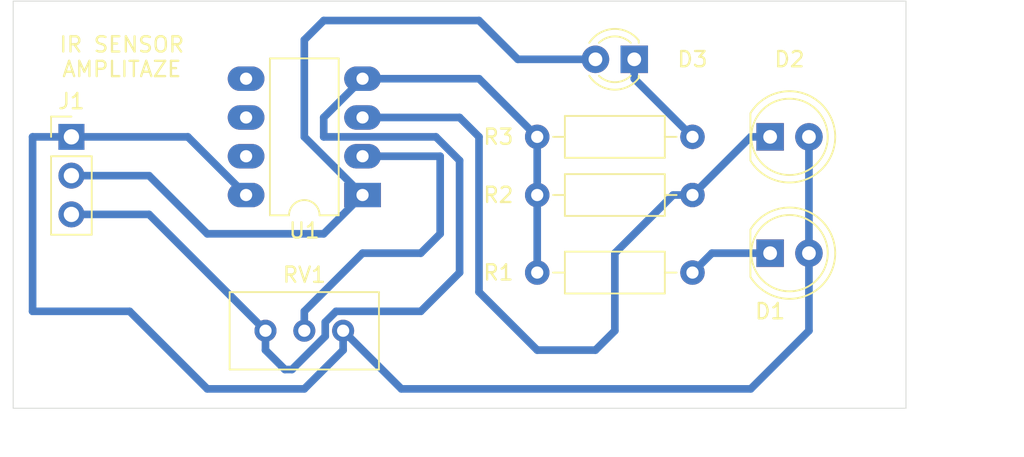
<source format=kicad_pcb>
(kicad_pcb (version 20171130) (host pcbnew "(5.1.10)-1")

  (general
    (thickness 1.6)
    (drawings 7)
    (tracks 64)
    (zones 0)
    (modules 9)
    (nets 8)
  )

  (page A4)
  (layers
    (0 F.Cu signal)
    (31 B.Cu signal)
    (32 B.Adhes user)
    (33 F.Adhes user)
    (34 B.Paste user)
    (35 F.Paste user)
    (36 B.SilkS user)
    (37 F.SilkS user)
    (38 B.Mask user)
    (39 F.Mask user)
    (40 Dwgs.User user)
    (41 Cmts.User user)
    (42 Eco1.User user)
    (43 Eco2.User user)
    (44 Edge.Cuts user)
    (45 Margin user)
    (46 B.CrtYd user)
    (47 F.CrtYd user)
    (48 B.Fab user)
    (49 F.Fab user)
  )

  (setup
    (last_trace_width 0.25)
    (user_trace_width 0.5)
    (trace_clearance 0.2)
    (zone_clearance 0.508)
    (zone_45_only no)
    (trace_min 0.2)
    (via_size 0.8)
    (via_drill 0.4)
    (via_min_size 0.4)
    (via_min_drill 0.3)
    (uvia_size 0.3)
    (uvia_drill 0.1)
    (uvias_allowed no)
    (uvia_min_size 0.2)
    (uvia_min_drill 0.1)
    (edge_width 0.05)
    (segment_width 0.2)
    (pcb_text_width 0.3)
    (pcb_text_size 1.5 1.5)
    (mod_edge_width 0.12)
    (mod_text_size 1 1)
    (mod_text_width 0.15)
    (pad_size 1.524 1.524)
    (pad_drill 0.762)
    (pad_to_mask_clearance 0)
    (aux_axis_origin 0 0)
    (visible_elements 7FFFFFFF)
    (pcbplotparams
      (layerselection 0x010fc_ffffffff)
      (usegerberextensions false)
      (usegerberattributes true)
      (usegerberadvancedattributes true)
      (creategerberjobfile true)
      (excludeedgelayer true)
      (linewidth 0.100000)
      (plotframeref false)
      (viasonmask false)
      (mode 1)
      (useauxorigin false)
      (hpglpennumber 1)
      (hpglpenspeed 20)
      (hpglpendiameter 15.000000)
      (psnegative false)
      (psa4output false)
      (plotreference true)
      (plotvalue true)
      (plotinvisibletext false)
      (padsonsilk false)
      (subtractmaskfromsilk false)
      (outputformat 1)
      (mirror false)
      (drillshape 1)
      (scaleselection 1)
      (outputdirectory ""))
  )

  (net 0 "")
  (net 1 "Net-(D1-Pad1)")
  (net 2 +5V)
  (net 3 VREF)
  (net 4 "Net-(D3-Pad1)")
  (net 5 "Net-(D3-Pad2)")
  (net 6 GND)
  (net 7 "Net-(RV1-Pad2)")

  (net_class Default "This is the default net class."
    (clearance 0.2)
    (trace_width 0.25)
    (via_dia 0.8)
    (via_drill 0.4)
    (uvia_dia 0.3)
    (uvia_drill 0.1)
    (add_net +5V)
    (add_net GND)
    (add_net "Net-(D1-Pad1)")
    (add_net "Net-(D3-Pad1)")
    (add_net "Net-(D3-Pad2)")
    (add_net "Net-(RV1-Pad2)")
    (add_net VREF)
  )

  (module Potentiometer_THT:Potentiometer_Bourns_3296W_Vertical (layer F.Cu) (tedit 5A3D4994) (tstamp 60AAB3DB)
    (at 132.08 110.49)
    (descr "Potentiometer, vertical, Bourns 3296W, https://www.bourns.com/pdfs/3296.pdf")
    (tags "Potentiometer vertical Bourns 3296W")
    (path /60AB274C)
    (fp_text reference RV1 (at -2.54 -3.66) (layer F.SilkS)
      (effects (font (size 1 1) (thickness 0.15)))
    )
    (fp_text value R_POT (at -2.54 3.67) (layer F.Fab)
      (effects (font (size 1 1) (thickness 0.15)))
    )
    (fp_circle (center 0.955 1.15) (end 2.05 1.15) (layer F.Fab) (width 0.1))
    (fp_line (start -7.305 -2.41) (end -7.305 2.42) (layer F.Fab) (width 0.1))
    (fp_line (start -7.305 2.42) (end 2.225 2.42) (layer F.Fab) (width 0.1))
    (fp_line (start 2.225 2.42) (end 2.225 -2.41) (layer F.Fab) (width 0.1))
    (fp_line (start 2.225 -2.41) (end -7.305 -2.41) (layer F.Fab) (width 0.1))
    (fp_line (start 0.955 2.235) (end 0.956 0.066) (layer F.Fab) (width 0.1))
    (fp_line (start 0.955 2.235) (end 0.956 0.066) (layer F.Fab) (width 0.1))
    (fp_line (start -7.425 -2.53) (end 2.345 -2.53) (layer F.SilkS) (width 0.12))
    (fp_line (start -7.425 2.54) (end 2.345 2.54) (layer F.SilkS) (width 0.12))
    (fp_line (start -7.425 -2.53) (end -7.425 2.54) (layer F.SilkS) (width 0.12))
    (fp_line (start 2.345 -2.53) (end 2.345 2.54) (layer F.SilkS) (width 0.12))
    (fp_line (start -7.6 -2.7) (end -7.6 2.7) (layer F.CrtYd) (width 0.05))
    (fp_line (start -7.6 2.7) (end 2.5 2.7) (layer F.CrtYd) (width 0.05))
    (fp_line (start 2.5 2.7) (end 2.5 -2.7) (layer F.CrtYd) (width 0.05))
    (fp_line (start 2.5 -2.7) (end -7.6 -2.7) (layer F.CrtYd) (width 0.05))
    (fp_text user %R (at -3.175 0.005) (layer F.Fab)
      (effects (font (size 1 1) (thickness 0.15)))
    )
    (pad 3 thru_hole circle (at -5.08 0) (size 1.44 1.44) (drill 0.8) (layers *.Cu *.Mask)
      (net 6 GND))
    (pad 2 thru_hole circle (at -2.54 0) (size 1.44 1.44) (drill 0.8) (layers *.Cu *.Mask)
      (net 7 "Net-(RV1-Pad2)"))
    (pad 1 thru_hole circle (at 0 0) (size 1.44 1.44) (drill 0.8) (layers *.Cu *.Mask)
      (net 2 +5V))
    (model ${KISYS3DMOD}/Potentiometer_THT.3dshapes/Potentiometer_Bourns_3296W_Vertical.wrl
      (at (xyz 0 0 0))
      (scale (xyz 1 1 1))
      (rotate (xyz 0 0 0))
    )
  )

  (module LED_THT:LED_D5.0mm_IRGrey (layer F.Cu) (tedit 5A6C9BB8) (tstamp 60AAB343)
    (at 160.02 105.41)
    (descr "LED, diameter 5.0mm, 2 pins, http://cdn-reichelt.de/documents/datenblatt/A500/LL-504BC2E-009.pdf")
    (tags "LED diameter 5.0mm 2 pins")
    (path /60AA7C89)
    (fp_text reference D1 (at 0 3.81) (layer F.SilkS)
      (effects (font (size 1 1) (thickness 0.15)))
    )
    (fp_text value LED (at 1.27 3.96) (layer F.Fab)
      (effects (font (size 1 1) (thickness 0.15)))
    )
    (fp_circle (center 1.27 0) (end 3.77 0) (layer F.SilkS) (width 0.12))
    (fp_circle (center 1.27 0) (end 3.77 0) (layer F.Fab) (width 0.1))
    (fp_line (start 4.5 -3.25) (end -1.95 -3.25) (layer F.CrtYd) (width 0.05))
    (fp_line (start 4.5 3.25) (end 4.5 -3.25) (layer F.CrtYd) (width 0.05))
    (fp_line (start -1.95 3.25) (end 4.5 3.25) (layer F.CrtYd) (width 0.05))
    (fp_line (start -1.95 -3.25) (end -1.95 3.25) (layer F.CrtYd) (width 0.05))
    (fp_line (start -1.29 -1.545) (end -1.29 1.545) (layer F.SilkS) (width 0.12))
    (fp_line (start -1.23 -1.469694) (end -1.23 1.469694) (layer F.Fab) (width 0.1))
    (fp_text user %R (at 1.25 0) (layer F.Fab)
      (effects (font (size 0.8 0.8) (thickness 0.2)))
    )
    (fp_arc (start 1.27 0) (end -1.23 -1.469694) (angle 299.1) (layer F.Fab) (width 0.1))
    (fp_arc (start 1.27 0) (end -1.29 -1.54483) (angle 148.9) (layer F.SilkS) (width 0.12))
    (fp_arc (start 1.27 0) (end -1.29 1.54483) (angle -148.9) (layer F.SilkS) (width 0.12))
    (pad 1 thru_hole rect (at 0 0) (size 1.8 1.8) (drill 0.9) (layers *.Cu *.Mask)
      (net 1 "Net-(D1-Pad1)"))
    (pad 2 thru_hole circle (at 2.54 0) (size 1.8 1.8) (drill 0.9) (layers *.Cu *.Mask)
      (net 2 +5V))
    (model ${KISYS3DMOD}/LED_THT.3dshapes/LED_D5.0mm_IRGrey.wrl
      (at (xyz 0 0 0))
      (scale (xyz 1 1 1))
      (rotate (xyz 0 0 0))
    )
  )

  (module LED_THT:LED_D5.0mm_Clear (layer F.Cu) (tedit 5A6C9BC0) (tstamp 60AAB355)
    (at 160.02 97.79)
    (descr "LED, diameter 5.0mm, 2 pins, http://cdn-reichelt.de/documents/datenblatt/A500/LL-504BC2E-009.pdf")
    (tags "LED diameter 5.0mm 2 pins")
    (path /60AA9A7C)
    (fp_text reference D2 (at 1.27 -5.08) (layer F.SilkS)
      (effects (font (size 1 1) (thickness 0.15)))
    )
    (fp_text value D_Photo (at 1.27 3.96) (layer F.Fab)
      (effects (font (size 1 1) (thickness 0.15)))
    )
    (fp_circle (center 1.27 0) (end 3.77 0) (layer F.SilkS) (width 0.12))
    (fp_circle (center 1.27 0) (end 3.77 0) (layer F.Fab) (width 0.1))
    (fp_line (start 4.5 -3.25) (end -1.95 -3.25) (layer F.CrtYd) (width 0.05))
    (fp_line (start 4.5 3.25) (end 4.5 -3.25) (layer F.CrtYd) (width 0.05))
    (fp_line (start -1.95 3.25) (end 4.5 3.25) (layer F.CrtYd) (width 0.05))
    (fp_line (start -1.95 -3.25) (end -1.95 3.25) (layer F.CrtYd) (width 0.05))
    (fp_line (start -1.29 -1.545) (end -1.29 1.545) (layer F.SilkS) (width 0.12))
    (fp_line (start -1.23 -1.469694) (end -1.23 1.469694) (layer F.Fab) (width 0.1))
    (fp_text user %R (at 1.25 0) (layer F.Fab)
      (effects (font (size 0.8 0.8) (thickness 0.2)))
    )
    (fp_arc (start 1.27 0) (end -1.23 -1.469694) (angle 299.1) (layer F.Fab) (width 0.1))
    (fp_arc (start 1.27 0) (end -1.29 -1.54483) (angle 148.9) (layer F.SilkS) (width 0.12))
    (fp_arc (start 1.27 0) (end -1.29 1.54483) (angle -148.9) (layer F.SilkS) (width 0.12))
    (pad 1 thru_hole rect (at 0 0) (size 1.8 1.8) (drill 0.9) (layers *.Cu *.Mask)
      (net 3 VREF))
    (pad 2 thru_hole circle (at 2.54 0) (size 1.8 1.8) (drill 0.9) (layers *.Cu *.Mask)
      (net 2 +5V))
    (model ${KISYS3DMOD}/LED_THT.3dshapes/LED_D5.0mm_Clear.wrl
      (at (xyz 0 0 0))
      (scale (xyz 1 1 1))
      (rotate (xyz 0 0 0))
    )
  )

  (module LED_THT:LED_D3.0mm (layer F.Cu) (tedit 587A3A7B) (tstamp 60AAB368)
    (at 151.13 92.71 180)
    (descr "LED, diameter 3.0mm, 2 pins")
    (tags "LED diameter 3.0mm 2 pins")
    (path /60AB38DE)
    (fp_text reference D3 (at -3.81 0) (layer F.SilkS)
      (effects (font (size 1 1) (thickness 0.15)))
    )
    (fp_text value LED (at 1.27 2.96) (layer F.Fab)
      (effects (font (size 1 1) (thickness 0.15)))
    )
    (fp_line (start 3.7 -2.25) (end -1.15 -2.25) (layer F.CrtYd) (width 0.05))
    (fp_line (start 3.7 2.25) (end 3.7 -2.25) (layer F.CrtYd) (width 0.05))
    (fp_line (start -1.15 2.25) (end 3.7 2.25) (layer F.CrtYd) (width 0.05))
    (fp_line (start -1.15 -2.25) (end -1.15 2.25) (layer F.CrtYd) (width 0.05))
    (fp_line (start -0.29 1.08) (end -0.29 1.236) (layer F.SilkS) (width 0.12))
    (fp_line (start -0.29 -1.236) (end -0.29 -1.08) (layer F.SilkS) (width 0.12))
    (fp_line (start -0.23 -1.16619) (end -0.23 1.16619) (layer F.Fab) (width 0.1))
    (fp_circle (center 1.27 0) (end 2.77 0) (layer F.Fab) (width 0.1))
    (fp_arc (start 1.27 0) (end -0.23 -1.16619) (angle 284.3) (layer F.Fab) (width 0.1))
    (fp_arc (start 1.27 0) (end -0.29 -1.235516) (angle 108.8) (layer F.SilkS) (width 0.12))
    (fp_arc (start 1.27 0) (end -0.29 1.235516) (angle -108.8) (layer F.SilkS) (width 0.12))
    (fp_arc (start 1.27 0) (end 0.229039 -1.08) (angle 87.9) (layer F.SilkS) (width 0.12))
    (fp_arc (start 1.27 0) (end 0.229039 1.08) (angle -87.9) (layer F.SilkS) (width 0.12))
    (pad 1 thru_hole rect (at 0 0 180) (size 1.8 1.8) (drill 0.9) (layers *.Cu *.Mask)
      (net 4 "Net-(D3-Pad1)"))
    (pad 2 thru_hole circle (at 2.54 0 180) (size 1.8 1.8) (drill 0.9) (layers *.Cu *.Mask)
      (net 5 "Net-(D3-Pad2)"))
    (model ${KISYS3DMOD}/LED_THT.3dshapes/LED_D3.0mm.wrl
      (at (xyz 0 0 0))
      (scale (xyz 1 1 1))
      (rotate (xyz 0 0 0))
    )
  )

  (module Connector_PinHeader_2.54mm:PinHeader_1x03_P2.54mm_Vertical (layer F.Cu) (tedit 59FED5CC) (tstamp 60AAB37F)
    (at 114.3 97.79)
    (descr "Through hole straight pin header, 1x03, 2.54mm pitch, single row")
    (tags "Through hole pin header THT 1x03 2.54mm single row")
    (path /60AB324E)
    (fp_text reference J1 (at 0 -2.33) (layer F.SilkS)
      (effects (font (size 1 1) (thickness 0.15)))
    )
    (fp_text value Conn_01x03 (at 0 7.41) (layer F.Fab)
      (effects (font (size 1 1) (thickness 0.15)))
    )
    (fp_line (start 1.8 -1.8) (end -1.8 -1.8) (layer F.CrtYd) (width 0.05))
    (fp_line (start 1.8 6.85) (end 1.8 -1.8) (layer F.CrtYd) (width 0.05))
    (fp_line (start -1.8 6.85) (end 1.8 6.85) (layer F.CrtYd) (width 0.05))
    (fp_line (start -1.8 -1.8) (end -1.8 6.85) (layer F.CrtYd) (width 0.05))
    (fp_line (start -1.33 -1.33) (end 0 -1.33) (layer F.SilkS) (width 0.12))
    (fp_line (start -1.33 0) (end -1.33 -1.33) (layer F.SilkS) (width 0.12))
    (fp_line (start -1.33 1.27) (end 1.33 1.27) (layer F.SilkS) (width 0.12))
    (fp_line (start 1.33 1.27) (end 1.33 6.41) (layer F.SilkS) (width 0.12))
    (fp_line (start -1.33 1.27) (end -1.33 6.41) (layer F.SilkS) (width 0.12))
    (fp_line (start -1.33 6.41) (end 1.33 6.41) (layer F.SilkS) (width 0.12))
    (fp_line (start -1.27 -0.635) (end -0.635 -1.27) (layer F.Fab) (width 0.1))
    (fp_line (start -1.27 6.35) (end -1.27 -0.635) (layer F.Fab) (width 0.1))
    (fp_line (start 1.27 6.35) (end -1.27 6.35) (layer F.Fab) (width 0.1))
    (fp_line (start 1.27 -1.27) (end 1.27 6.35) (layer F.Fab) (width 0.1))
    (fp_line (start -0.635 -1.27) (end 1.27 -1.27) (layer F.Fab) (width 0.1))
    (fp_text user %R (at 0 2.54 90) (layer F.Fab)
      (effects (font (size 1 1) (thickness 0.15)))
    )
    (pad 1 thru_hole rect (at 0 0) (size 1.7 1.7) (drill 1) (layers *.Cu *.Mask)
      (net 2 +5V))
    (pad 2 thru_hole oval (at 0 2.54) (size 1.7 1.7) (drill 1) (layers *.Cu *.Mask)
      (net 5 "Net-(D3-Pad2)"))
    (pad 3 thru_hole oval (at 0 5.08) (size 1.7 1.7) (drill 1) (layers *.Cu *.Mask)
      (net 6 GND))
    (model ${KISYS3DMOD}/Connector_PinHeader_2.54mm.3dshapes/PinHeader_1x03_P2.54mm_Vertical.wrl
      (at (xyz 0 0 0))
      (scale (xyz 1 1 1))
      (rotate (xyz 0 0 0))
    )
  )

  (module Resistor_THT:R_Axial_DIN0207_L6.3mm_D2.5mm_P10.16mm_Horizontal (layer F.Cu) (tedit 5AE5139B) (tstamp 60AAB396)
    (at 154.94 106.68 180)
    (descr "Resistor, Axial_DIN0207 series, Axial, Horizontal, pin pitch=10.16mm, 0.25W = 1/4W, length*diameter=6.3*2.5mm^2, http://cdn-reichelt.de/documents/datenblatt/B400/1_4W%23YAG.pdf")
    (tags "Resistor Axial_DIN0207 series Axial Horizontal pin pitch 10.16mm 0.25W = 1/4W length 6.3mm diameter 2.5mm")
    (path /60AA5A8E)
    (fp_text reference R1 (at 12.7 0) (layer F.SilkS)
      (effects (font (size 1 1) (thickness 0.15)))
    )
    (fp_text value R (at 5.08 2.37) (layer F.Fab)
      (effects (font (size 1 1) (thickness 0.15)))
    )
    (fp_line (start 11.21 -1.5) (end -1.05 -1.5) (layer F.CrtYd) (width 0.05))
    (fp_line (start 11.21 1.5) (end 11.21 -1.5) (layer F.CrtYd) (width 0.05))
    (fp_line (start -1.05 1.5) (end 11.21 1.5) (layer F.CrtYd) (width 0.05))
    (fp_line (start -1.05 -1.5) (end -1.05 1.5) (layer F.CrtYd) (width 0.05))
    (fp_line (start 9.12 0) (end 8.35 0) (layer F.SilkS) (width 0.12))
    (fp_line (start 1.04 0) (end 1.81 0) (layer F.SilkS) (width 0.12))
    (fp_line (start 8.35 -1.37) (end 1.81 -1.37) (layer F.SilkS) (width 0.12))
    (fp_line (start 8.35 1.37) (end 8.35 -1.37) (layer F.SilkS) (width 0.12))
    (fp_line (start 1.81 1.37) (end 8.35 1.37) (layer F.SilkS) (width 0.12))
    (fp_line (start 1.81 -1.37) (end 1.81 1.37) (layer F.SilkS) (width 0.12))
    (fp_line (start 10.16 0) (end 8.23 0) (layer F.Fab) (width 0.1))
    (fp_line (start 0 0) (end 1.93 0) (layer F.Fab) (width 0.1))
    (fp_line (start 8.23 -1.25) (end 1.93 -1.25) (layer F.Fab) (width 0.1))
    (fp_line (start 8.23 1.25) (end 8.23 -1.25) (layer F.Fab) (width 0.1))
    (fp_line (start 1.93 1.25) (end 8.23 1.25) (layer F.Fab) (width 0.1))
    (fp_line (start 1.93 -1.25) (end 1.93 1.25) (layer F.Fab) (width 0.1))
    (fp_text user %R (at 5.08 0) (layer F.Fab)
      (effects (font (size 1 1) (thickness 0.15)))
    )
    (pad 1 thru_hole circle (at 0 0 180) (size 1.6 1.6) (drill 0.8) (layers *.Cu *.Mask)
      (net 1 "Net-(D1-Pad1)"))
    (pad 2 thru_hole oval (at 10.16 0 180) (size 1.6 1.6) (drill 0.8) (layers *.Cu *.Mask)
      (net 6 GND))
    (model ${KISYS3DMOD}/Resistor_THT.3dshapes/R_Axial_DIN0207_L6.3mm_D2.5mm_P10.16mm_Horizontal.wrl
      (at (xyz 0 0 0))
      (scale (xyz 1 1 1))
      (rotate (xyz 0 0 0))
    )
  )

  (module Resistor_THT:R_Axial_DIN0207_L6.3mm_D2.5mm_P10.16mm_Horizontal (layer F.Cu) (tedit 5AE5139B) (tstamp 60AAB3AD)
    (at 154.94 101.6 180)
    (descr "Resistor, Axial_DIN0207 series, Axial, Horizontal, pin pitch=10.16mm, 0.25W = 1/4W, length*diameter=6.3*2.5mm^2, http://cdn-reichelt.de/documents/datenblatt/B400/1_4W%23YAG.pdf")
    (tags "Resistor Axial_DIN0207 series Axial Horizontal pin pitch 10.16mm 0.25W = 1/4W length 6.3mm diameter 2.5mm")
    (path /60AA666E)
    (fp_text reference R2 (at 12.7 0) (layer F.SilkS)
      (effects (font (size 1 1) (thickness 0.15)))
    )
    (fp_text value R (at 5.08 2.37) (layer F.Fab)
      (effects (font (size 1 1) (thickness 0.15)))
    )
    (fp_line (start 1.93 -1.25) (end 1.93 1.25) (layer F.Fab) (width 0.1))
    (fp_line (start 1.93 1.25) (end 8.23 1.25) (layer F.Fab) (width 0.1))
    (fp_line (start 8.23 1.25) (end 8.23 -1.25) (layer F.Fab) (width 0.1))
    (fp_line (start 8.23 -1.25) (end 1.93 -1.25) (layer F.Fab) (width 0.1))
    (fp_line (start 0 0) (end 1.93 0) (layer F.Fab) (width 0.1))
    (fp_line (start 10.16 0) (end 8.23 0) (layer F.Fab) (width 0.1))
    (fp_line (start 1.81 -1.37) (end 1.81 1.37) (layer F.SilkS) (width 0.12))
    (fp_line (start 1.81 1.37) (end 8.35 1.37) (layer F.SilkS) (width 0.12))
    (fp_line (start 8.35 1.37) (end 8.35 -1.37) (layer F.SilkS) (width 0.12))
    (fp_line (start 8.35 -1.37) (end 1.81 -1.37) (layer F.SilkS) (width 0.12))
    (fp_line (start 1.04 0) (end 1.81 0) (layer F.SilkS) (width 0.12))
    (fp_line (start 9.12 0) (end 8.35 0) (layer F.SilkS) (width 0.12))
    (fp_line (start -1.05 -1.5) (end -1.05 1.5) (layer F.CrtYd) (width 0.05))
    (fp_line (start -1.05 1.5) (end 11.21 1.5) (layer F.CrtYd) (width 0.05))
    (fp_line (start 11.21 1.5) (end 11.21 -1.5) (layer F.CrtYd) (width 0.05))
    (fp_line (start 11.21 -1.5) (end -1.05 -1.5) (layer F.CrtYd) (width 0.05))
    (fp_text user %R (at 5.08 0) (layer F.Fab)
      (effects (font (size 1 1) (thickness 0.15)))
    )
    (pad 2 thru_hole oval (at 10.16 0 180) (size 1.6 1.6) (drill 0.8) (layers *.Cu *.Mask)
      (net 6 GND))
    (pad 1 thru_hole circle (at 0 0 180) (size 1.6 1.6) (drill 0.8) (layers *.Cu *.Mask)
      (net 3 VREF))
    (model ${KISYS3DMOD}/Resistor_THT.3dshapes/R_Axial_DIN0207_L6.3mm_D2.5mm_P10.16mm_Horizontal.wrl
      (at (xyz 0 0 0))
      (scale (xyz 1 1 1))
      (rotate (xyz 0 0 0))
    )
  )

  (module Resistor_THT:R_Axial_DIN0207_L6.3mm_D2.5mm_P10.16mm_Horizontal (layer F.Cu) (tedit 5AE5139B) (tstamp 60AAB3C4)
    (at 154.94 97.79 180)
    (descr "Resistor, Axial_DIN0207 series, Axial, Horizontal, pin pitch=10.16mm, 0.25W = 1/4W, length*diameter=6.3*2.5mm^2, http://cdn-reichelt.de/documents/datenblatt/B400/1_4W%23YAG.pdf")
    (tags "Resistor Axial_DIN0207 series Axial Horizontal pin pitch 10.16mm 0.25W = 1/4W length 6.3mm diameter 2.5mm")
    (path /60AA6B66)
    (fp_text reference R3 (at 12.7 0) (layer F.SilkS)
      (effects (font (size 1 1) (thickness 0.15)))
    )
    (fp_text value R (at 5.08 2.37) (layer F.Fab)
      (effects (font (size 1 1) (thickness 0.15)))
    )
    (fp_line (start 11.21 -1.5) (end -1.05 -1.5) (layer F.CrtYd) (width 0.05))
    (fp_line (start 11.21 1.5) (end 11.21 -1.5) (layer F.CrtYd) (width 0.05))
    (fp_line (start -1.05 1.5) (end 11.21 1.5) (layer F.CrtYd) (width 0.05))
    (fp_line (start -1.05 -1.5) (end -1.05 1.5) (layer F.CrtYd) (width 0.05))
    (fp_line (start 9.12 0) (end 8.35 0) (layer F.SilkS) (width 0.12))
    (fp_line (start 1.04 0) (end 1.81 0) (layer F.SilkS) (width 0.12))
    (fp_line (start 8.35 -1.37) (end 1.81 -1.37) (layer F.SilkS) (width 0.12))
    (fp_line (start 8.35 1.37) (end 8.35 -1.37) (layer F.SilkS) (width 0.12))
    (fp_line (start 1.81 1.37) (end 8.35 1.37) (layer F.SilkS) (width 0.12))
    (fp_line (start 1.81 -1.37) (end 1.81 1.37) (layer F.SilkS) (width 0.12))
    (fp_line (start 10.16 0) (end 8.23 0) (layer F.Fab) (width 0.1))
    (fp_line (start 0 0) (end 1.93 0) (layer F.Fab) (width 0.1))
    (fp_line (start 8.23 -1.25) (end 1.93 -1.25) (layer F.Fab) (width 0.1))
    (fp_line (start 8.23 1.25) (end 8.23 -1.25) (layer F.Fab) (width 0.1))
    (fp_line (start 1.93 1.25) (end 8.23 1.25) (layer F.Fab) (width 0.1))
    (fp_line (start 1.93 -1.25) (end 1.93 1.25) (layer F.Fab) (width 0.1))
    (fp_text user %R (at 5.08 0) (layer F.Fab)
      (effects (font (size 1 1) (thickness 0.15)))
    )
    (pad 1 thru_hole circle (at 0 0 180) (size 1.6 1.6) (drill 0.8) (layers *.Cu *.Mask)
      (net 4 "Net-(D3-Pad1)"))
    (pad 2 thru_hole oval (at 10.16 0 180) (size 1.6 1.6) (drill 0.8) (layers *.Cu *.Mask)
      (net 6 GND))
    (model ${KISYS3DMOD}/Resistor_THT.3dshapes/R_Axial_DIN0207_L6.3mm_D2.5mm_P10.16mm_Horizontal.wrl
      (at (xyz 0 0 0))
      (scale (xyz 1 1 1))
      (rotate (xyz 0 0 0))
    )
  )

  (module Package_DIP:DIP-8_W7.62mm_LongPads (layer F.Cu) (tedit 5A02E8C5) (tstamp 60AAB3F7)
    (at 133.35 101.6 180)
    (descr "8-lead though-hole mounted DIP package, row spacing 7.62 mm (300 mils), LongPads")
    (tags "THT DIP DIL PDIP 2.54mm 7.62mm 300mil LongPads")
    (path /60AA456A)
    (fp_text reference U1 (at 3.81 -2.33) (layer F.SilkS)
      (effects (font (size 1 1) (thickness 0.15)))
    )
    (fp_text value LM358 (at 3.81 9.95) (layer F.Fab)
      (effects (font (size 1 1) (thickness 0.15)))
    )
    (fp_line (start 1.635 -1.27) (end 6.985 -1.27) (layer F.Fab) (width 0.1))
    (fp_line (start 6.985 -1.27) (end 6.985 8.89) (layer F.Fab) (width 0.1))
    (fp_line (start 6.985 8.89) (end 0.635 8.89) (layer F.Fab) (width 0.1))
    (fp_line (start 0.635 8.89) (end 0.635 -0.27) (layer F.Fab) (width 0.1))
    (fp_line (start 0.635 -0.27) (end 1.635 -1.27) (layer F.Fab) (width 0.1))
    (fp_line (start 2.81 -1.33) (end 1.56 -1.33) (layer F.SilkS) (width 0.12))
    (fp_line (start 1.56 -1.33) (end 1.56 8.95) (layer F.SilkS) (width 0.12))
    (fp_line (start 1.56 8.95) (end 6.06 8.95) (layer F.SilkS) (width 0.12))
    (fp_line (start 6.06 8.95) (end 6.06 -1.33) (layer F.SilkS) (width 0.12))
    (fp_line (start 6.06 -1.33) (end 4.81 -1.33) (layer F.SilkS) (width 0.12))
    (fp_line (start -1.45 -1.55) (end -1.45 9.15) (layer F.CrtYd) (width 0.05))
    (fp_line (start -1.45 9.15) (end 9.1 9.15) (layer F.CrtYd) (width 0.05))
    (fp_line (start 9.1 9.15) (end 9.1 -1.55) (layer F.CrtYd) (width 0.05))
    (fp_line (start 9.1 -1.55) (end -1.45 -1.55) (layer F.CrtYd) (width 0.05))
    (fp_text user %R (at 3.81 3.81) (layer F.Fab)
      (effects (font (size 1 1) (thickness 0.15)))
    )
    (fp_arc (start 3.81 -1.33) (end 2.81 -1.33) (angle -180) (layer F.SilkS) (width 0.12))
    (pad 8 thru_hole oval (at 7.62 0 180) (size 2.4 1.6) (drill 0.8) (layers *.Cu *.Mask)
      (net 2 +5V))
    (pad 4 thru_hole oval (at 0 7.62 180) (size 2.4 1.6) (drill 0.8) (layers *.Cu *.Mask)
      (net 6 GND))
    (pad 7 thru_hole oval (at 7.62 2.54 180) (size 2.4 1.6) (drill 0.8) (layers *.Cu *.Mask))
    (pad 3 thru_hole oval (at 0 5.08 180) (size 2.4 1.6) (drill 0.8) (layers *.Cu *.Mask)
      (net 3 VREF))
    (pad 6 thru_hole oval (at 7.62 5.08 180) (size 2.4 1.6) (drill 0.8) (layers *.Cu *.Mask))
    (pad 2 thru_hole oval (at 0 2.54 180) (size 2.4 1.6) (drill 0.8) (layers *.Cu *.Mask)
      (net 7 "Net-(RV1-Pad2)"))
    (pad 5 thru_hole oval (at 7.62 7.62 180) (size 2.4 1.6) (drill 0.8) (layers *.Cu *.Mask))
    (pad 1 thru_hole rect (at 0 0 180) (size 2.4 1.6) (drill 0.8) (layers *.Cu *.Mask)
      (net 5 "Net-(D3-Pad2)"))
    (model ${KISYS3DMOD}/Package_DIP.3dshapes/DIP-8_W7.62mm.wrl
      (at (xyz 0 0 0))
      (scale (xyz 1 1 1))
      (rotate (xyz 0 0 0))
    )
  )

  (gr_text "IR SENSOR\nAMPLITAZE" (at 117.6 92.55) (layer F.SilkS)
    (effects (font (size 1 1) (thickness 0.15)))
  )
  (dimension 26.67 (width 0.15) (layer Dwgs.User)
    (gr_text "26.670 mm" (at 175.29 102.235 90) (layer Dwgs.User)
      (effects (font (size 1 1) (thickness 0.15)))
    )
    (feature1 (pts (xy 168.91 88.9) (xy 174.576421 88.9)))
    (feature2 (pts (xy 168.91 115.57) (xy 174.576421 115.57)))
    (crossbar (pts (xy 173.99 115.57) (xy 173.99 88.9)))
    (arrow1a (pts (xy 173.99 88.9) (xy 174.576421 90.026504)))
    (arrow1b (pts (xy 173.99 88.9) (xy 173.403579 90.026504)))
    (arrow2a (pts (xy 173.99 115.57) (xy 174.576421 114.443496)))
    (arrow2b (pts (xy 173.99 115.57) (xy 173.403579 114.443496)))
  )
  (dimension 58.42 (width 0.15) (layer Dwgs.User)
    (gr_text "58.420 mm" (at 139.7 119.41) (layer Dwgs.User)
      (effects (font (size 1 1) (thickness 0.15)))
    )
    (feature1 (pts (xy 168.91 115.57) (xy 168.91 118.696421)))
    (feature2 (pts (xy 110.49 115.57) (xy 110.49 118.696421)))
    (crossbar (pts (xy 110.49 118.11) (xy 168.91 118.11)))
    (arrow1a (pts (xy 168.91 118.11) (xy 167.783496 118.696421)))
    (arrow1b (pts (xy 168.91 118.11) (xy 167.783496 117.523579)))
    (arrow2a (pts (xy 110.49 118.11) (xy 111.616504 118.696421)))
    (arrow2b (pts (xy 110.49 118.11) (xy 111.616504 117.523579)))
  )
  (gr_line (start 110.49 115.57) (end 110.49 88.9) (layer Edge.Cuts) (width 0.05) (tstamp 60AAE991))
  (gr_line (start 168.91 115.57) (end 110.49 115.57) (layer Edge.Cuts) (width 0.05))
  (gr_line (start 168.91 88.9) (end 168.91 115.57) (layer Edge.Cuts) (width 0.05))
  (gr_line (start 110.49 88.9) (end 168.91 88.9) (layer Edge.Cuts) (width 0.05))

  (segment (start 156.21 105.41) (end 154.94 106.68) (width 0.5) (layer B.Cu) (net 1))
  (segment (start 160.02 105.41) (end 156.21 105.41) (width 0.5) (layer B.Cu) (net 1))
  (segment (start 162.56 97.79) (end 162.56 105.41) (width 0.5) (layer B.Cu) (net 2))
  (segment (start 162.56 105.41) (end 162.56 110.49) (width 0.5) (layer B.Cu) (net 2))
  (segment (start 162.56 110.49) (end 158.75 114.3) (width 0.5) (layer B.Cu) (net 2))
  (segment (start 135.89 114.3) (end 132.08 110.49) (width 0.5) (layer B.Cu) (net 2))
  (segment (start 158.75 114.3) (end 135.89 114.3) (width 0.5) (layer B.Cu) (net 2))
  (segment (start 121.92 97.79) (end 125.73 101.6) (width 0.5) (layer B.Cu) (net 2))
  (segment (start 114.3 97.79) (end 121.92 97.79) (width 0.5) (layer B.Cu) (net 2))
  (segment (start 132.08 111.76) (end 132.08 110.49) (width 0.5) (layer B.Cu) (net 2))
  (segment (start 129.54 114.3) (end 132.08 111.76) (width 0.5) (layer B.Cu) (net 2))
  (segment (start 123.19 114.3) (end 129.54 114.3) (width 0.5) (layer B.Cu) (net 2))
  (segment (start 118.11 109.22) (end 123.19 114.3) (width 0.5) (layer B.Cu) (net 2))
  (segment (start 111.76 109.22) (end 118.11 109.22) (width 0.5) (layer B.Cu) (net 2))
  (segment (start 111.76 97.79) (end 111.76 109.22) (width 0.5) (layer B.Cu) (net 2))
  (segment (start 114.3 97.79) (end 111.76 97.79) (width 0.5) (layer B.Cu) (net 2))
  (segment (start 158.75 97.79) (end 154.94 101.6) (width 0.5) (layer B.Cu) (net 3))
  (segment (start 160.02 97.79) (end 158.75 97.79) (width 0.5) (layer B.Cu) (net 3))
  (segment (start 154.94 101.6) (end 153.67 101.6) (width 0.5) (layer B.Cu) (net 3))
  (segment (start 153.67 101.6) (end 149.86 105.41) (width 0.5) (layer B.Cu) (net 3))
  (segment (start 149.86 105.41) (end 149.86 110.49) (width 0.5) (layer B.Cu) (net 3))
  (segment (start 149.86 110.49) (end 148.59 111.76) (width 0.5) (layer B.Cu) (net 3))
  (segment (start 148.59 111.76) (end 144.78 111.76) (width 0.5) (layer B.Cu) (net 3))
  (segment (start 144.78 111.76) (end 140.97 107.95) (width 0.5) (layer B.Cu) (net 3))
  (segment (start 140.97 107.95) (end 140.97 97.79) (width 0.5) (layer B.Cu) (net 3))
  (segment (start 139.7 96.52) (end 133.35 96.52) (width 0.5) (layer B.Cu) (net 3))
  (segment (start 140.97 97.79) (end 139.7 96.52) (width 0.5) (layer B.Cu) (net 3))
  (segment (start 151.13 93.98) (end 154.94 97.79) (width 0.5) (layer B.Cu) (net 4))
  (segment (start 151.13 92.71) (end 151.13 93.98) (width 0.5) (layer B.Cu) (net 4))
  (segment (start 114.3 100.33) (end 119.38 100.33) (width 0.5) (layer B.Cu) (net 5))
  (segment (start 119.38 100.33) (end 123.19 104.14) (width 0.5) (layer B.Cu) (net 5))
  (segment (start 130.81 104.14) (end 133.35 101.6) (width 0.5) (layer B.Cu) (net 5))
  (segment (start 123.19 104.14) (end 130.81 104.14) (width 0.5) (layer B.Cu) (net 5))
  (segment (start 148.59 92.71) (end 143.51 92.71) (width 0.5) (layer B.Cu) (net 5))
  (segment (start 143.51 92.71) (end 140.97 90.17) (width 0.5) (layer B.Cu) (net 5))
  (segment (start 140.97 90.17) (end 130.81 90.17) (width 0.5) (layer B.Cu) (net 5))
  (segment (start 130.81 90.17) (end 129.54 91.44) (width 0.5) (layer B.Cu) (net 5))
  (segment (start 129.54 97.79) (end 133.35 101.6) (width 0.5) (layer B.Cu) (net 5))
  (segment (start 129.54 91.44) (end 129.54 97.79) (width 0.5) (layer B.Cu) (net 5))
  (segment (start 119.38 102.87) (end 127 110.49) (width 0.5) (layer B.Cu) (net 6))
  (segment (start 114.3 102.87) (end 119.38 102.87) (width 0.5) (layer B.Cu) (net 6))
  (segment (start 144.78 106.68) (end 144.78 101.6) (width 0.5) (layer B.Cu) (net 6))
  (segment (start 144.78 101.6) (end 144.78 97.79) (width 0.5) (layer B.Cu) (net 6))
  (segment (start 140.97 93.98) (end 144.78 97.79) (width 0.5) (layer B.Cu) (net 6))
  (segment (start 133.35 93.98) (end 140.97 93.98) (width 0.5) (layer B.Cu) (net 6))
  (segment (start 127 110.49) (end 127 111.76) (width 0.5) (layer B.Cu) (net 6))
  (segment (start 130.909999 109.928399) (end 131.618398 109.22) (width 0.5) (layer B.Cu) (net 6))
  (segment (start 130.909999 110.851603) (end 130.909999 109.928399) (width 0.5) (layer B.Cu) (net 6))
  (segment (start 128.731602 113.03) (end 130.909999 110.851603) (width 0.5) (layer B.Cu) (net 6))
  (segment (start 128.27 113.03) (end 128.731602 113.03) (width 0.5) (layer B.Cu) (net 6))
  (segment (start 127 111.76) (end 128.27 113.03) (width 0.5) (layer B.Cu) (net 6))
  (segment (start 137.16 109.22) (end 139.7 106.68) (width 0.5) (layer B.Cu) (net 6))
  (segment (start 131.618398 109.22) (end 137.16 109.22) (width 0.5) (layer B.Cu) (net 6))
  (segment (start 139.7 99.340037) (end 138.149963 97.79) (width 0.5) (layer B.Cu) (net 6))
  (segment (start 139.7 106.68) (end 139.7 99.340037) (width 0.5) (layer B.Cu) (net 6))
  (segment (start 138.149963 97.79) (end 130.81 97.79) (width 0.5) (layer B.Cu) (net 6))
  (segment (start 130.81 96.52) (end 133.35 93.98) (width 0.5) (layer B.Cu) (net 6))
  (segment (start 130.81 97.79) (end 130.81 96.52) (width 0.5) (layer B.Cu) (net 6))
  (segment (start 129.54 110.49) (end 129.54 109.22) (width 0.5) (layer B.Cu) (net 7))
  (segment (start 129.54 109.22) (end 133.35 105.41) (width 0.5) (layer B.Cu) (net 7))
  (segment (start 133.35 105.41) (end 137.16 105.41) (width 0.5) (layer B.Cu) (net 7))
  (segment (start 137.16 105.41) (end 138.43 104.14) (width 0.5) (layer B.Cu) (net 7))
  (segment (start 138.43 104.14) (end 138.43 99.06) (width 0.5) (layer B.Cu) (net 7))
  (segment (start 138.43 99.06) (end 133.35 99.06) (width 0.5) (layer B.Cu) (net 7))

)

</source>
